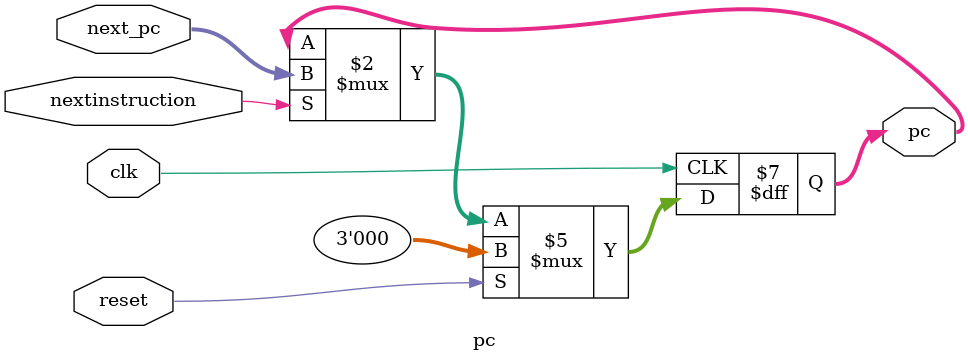
<source format=sv>
module pc (
  input wire clk, reset, nextinstruction,    
  input wire [2:0] next_pc,
  output reg [2:0] pc    
);

  always @(posedge clk) begin
     if (reset)
        pc <= 3'b000;
     else if (nextinstruction)
        pc <= next_pc;
  end
endmodule
</source>
